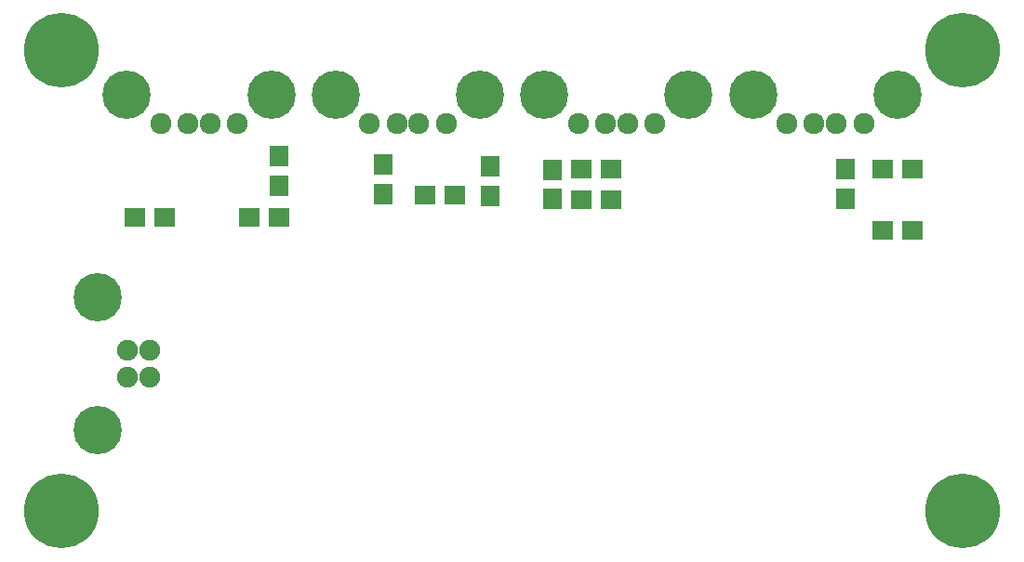
<source format=gbr>
%TF.GenerationSoftware,KiCad,Pcbnew,(2017-10-23 revision a562525)-master*%
%TF.CreationDate,2017-11-11T10:42:01+01:00*%
%TF.ProjectId,USB-Hub V2.0,5553422D4875622056322E302E6B6963,a*%
%TF.SameCoordinates,Original*%
%TF.FileFunction,Soldermask,Bot*%
%TF.FilePolarity,Negative*%
%FSLAX46Y46*%
G04 Gerber Fmt 4.6, Leading zero omitted, Abs format (unit mm)*
G04 Created by KiCad (PCBNEW (2017-10-23 revision a562525)-master) date Saturday, 11. November 2017 'u42' 10:42:01*
%MOMM*%
%LPD*%
G01*
G04 APERTURE LIST*
%ADD10C,1.900000*%
%ADD11C,4.400000*%
%ADD12C,1.924000*%
%ADD13R,1.900000X1.700000*%
%ADD14R,1.700000X1.900000*%
%ADD15C,6.800000*%
G04 APERTURE END LIST*
D10*
%TO.C,J1*%
X96975500Y-98786000D03*
X96975500Y-96286000D03*
X94975500Y-98806000D03*
X94975500Y-96286000D03*
D11*
X92265500Y-103556000D03*
X92265500Y-91516000D03*
%TD*%
%TO.C,J6*%
X165070000Y-73000000D03*
X151930000Y-73000000D03*
D12*
X162000000Y-75700000D03*
X159500000Y-75700000D03*
X157500000Y-75700000D03*
X155000000Y-75700000D03*
%TD*%
D11*
%TO.C,J7*%
X146070000Y-73000000D03*
X132930000Y-73000000D03*
D12*
X143000000Y-75700000D03*
X140500000Y-75700000D03*
X138500000Y-75700000D03*
X136000000Y-75700000D03*
%TD*%
D11*
%TO.C,J8*%
X127070000Y-73000000D03*
X113930000Y-73000000D03*
D12*
X124000000Y-75700000D03*
X121500000Y-75700000D03*
X119500000Y-75700000D03*
X117000000Y-75700000D03*
%TD*%
D11*
%TO.C,J9*%
X108070000Y-73000000D03*
X94930000Y-73000000D03*
D12*
X105000000Y-75700000D03*
X102500000Y-75700000D03*
X100500000Y-75700000D03*
X98000000Y-75700000D03*
%TD*%
D13*
%TO.C,C6*%
X163750000Y-85394800D03*
X166450000Y-85394800D03*
%TD*%
D14*
%TO.C,C7*%
X133629400Y-82553800D03*
X133629400Y-79853800D03*
%TD*%
%TO.C,C8*%
X118262400Y-79422000D03*
X118262400Y-82122000D03*
%TD*%
D13*
%TO.C,C9*%
X95678000Y-84175600D03*
X98378000Y-84175600D03*
%TD*%
%TO.C,C10*%
X166450000Y-79806800D03*
X163750000Y-79806800D03*
%TD*%
%TO.C,C11*%
X138967200Y-79832200D03*
X136267200Y-79832200D03*
%TD*%
D14*
%TO.C,C12*%
X128016000Y-82223600D03*
X128016000Y-79523600D03*
%TD*%
%TO.C,C13*%
X108813600Y-78660000D03*
X108813600Y-81360000D03*
%TD*%
D15*
%TO.C,J2*%
X171000000Y-69000000D03*
%TD*%
%TO.C,J3*%
X89000000Y-69000000D03*
%TD*%
%TO.C,J4*%
X171000000Y-111000000D03*
%TD*%
%TO.C,J5*%
X89000000Y-111000000D03*
%TD*%
D14*
%TO.C,L1*%
X160324800Y-82477600D03*
X160324800Y-79777600D03*
%TD*%
D13*
%TO.C,L2*%
X136267200Y-82575400D03*
X138967200Y-82575400D03*
%TD*%
%TO.C,L3*%
X124794000Y-82194400D03*
X122094000Y-82194400D03*
%TD*%
%TO.C,L4*%
X108792000Y-84175600D03*
X106092000Y-84175600D03*
%TD*%
M02*

</source>
